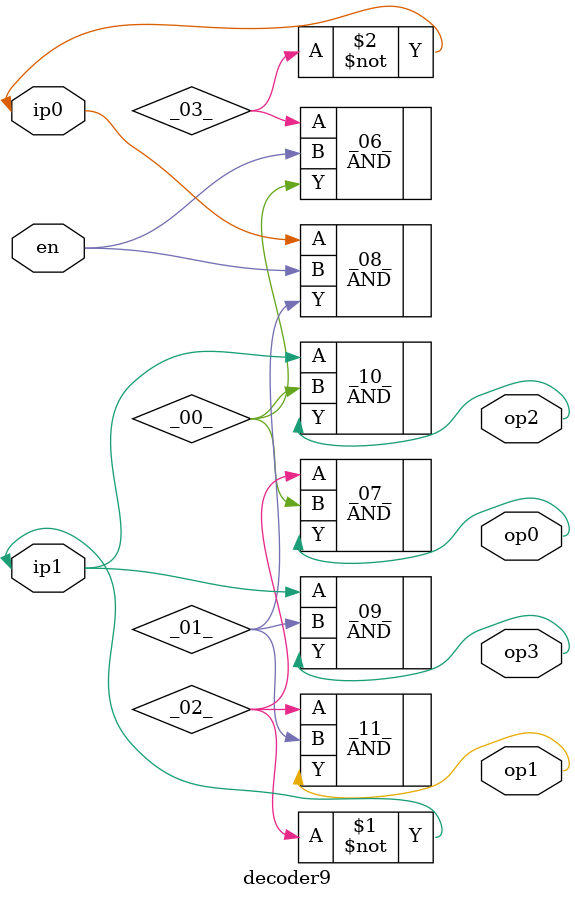
<source format=v>
/* Generated by Yosys 0.41+83 (git sha1 7045cf509, x86_64-w64-mingw32-g++ 13.2.1 -Os) */

/* cells_not_processed =  1  */
/* src = "decoder9.v:1.1-30.10" */
module decoder9(ip0, ip1, en, op0, op1, op2, op3);
  wire _00_;
  wire _01_;
  wire _02_;
  wire _03_;
  /* src = "decoder9.v:3.15-3.17" */
  input en;
  wire en;
  /* src = "decoder9.v:3.7-3.10" */
  input ip0;
  wire ip0;
  /* src = "decoder9.v:3.11-3.14" */
  input ip1;
  wire ip1;
  /* src = "decoder9.v:4.12-4.15" */
  output op0;
  wire op0;
  /* src = "decoder9.v:4.16-4.19" */
  output op1;
  wire op1;
  /* src = "decoder9.v:4.20-4.23" */
  output op2;
  wire op2;
  /* src = "decoder9.v:4.24-4.27" */
  output op3;
  wire op3;
  not _04_ (
    .A(ip1),
    .Y(_02_)
  );
  not _05_ (
    .A(ip0),
    .Y(_03_)
  );
  AND _06_ (
    .A(_03_),
    .B(en),
    .Y(_00_)
  );
  AND _07_ (
    .A(_02_),
    .B(_00_),
    .Y(op0)
  );
  AND _08_ (
    .A(ip0),
    .B(en),
    .Y(_01_)
  );
  AND _09_ (
    .A(ip1),
    .B(_01_),
    .Y(op3)
  );
  AND _10_ (
    .A(ip1),
    .B(_00_),
    .Y(op2)
  );
  AND _11_ (
    .A(_02_),
    .B(_01_),
    .Y(op1)
  );
endmodule

</source>
